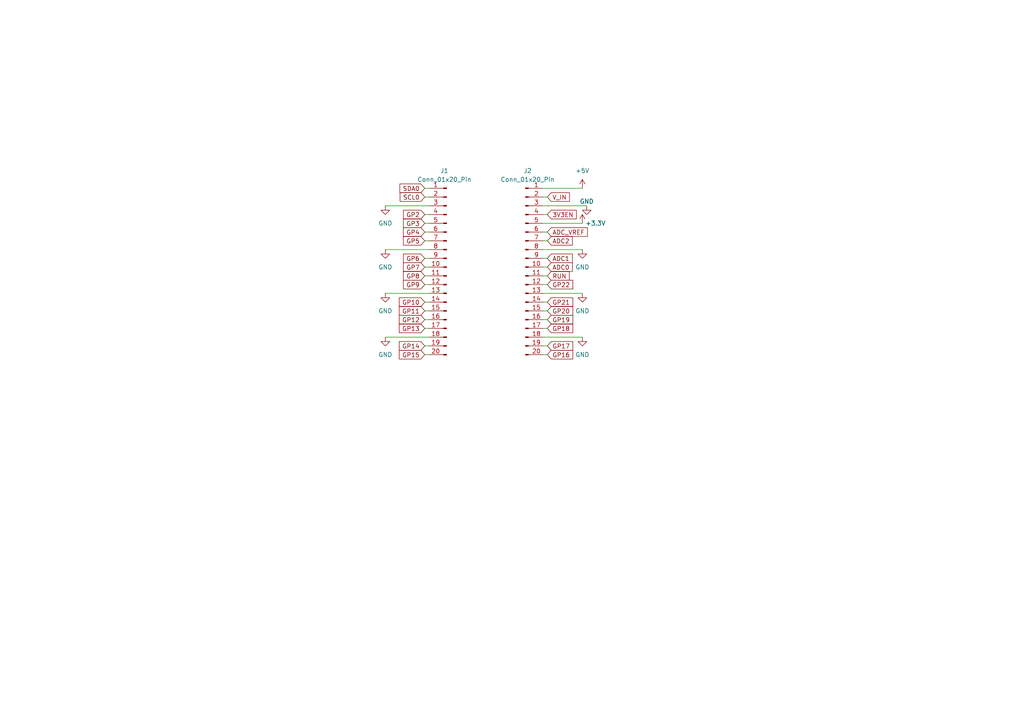
<source format=kicad_sch>
(kicad_sch (version 20231120) (generator "eeschema") (generator_version "8.0")
  (paper "A4")
  (lib_symbols
    (symbol "Connector:Conn_01x20_Pin" (pin_names (offset 1.016) hide)
      (property "Reference" "J" (at 0 25.4 0))
      (property "Value" "Conn_01x20_Pin" (at 0 -27.94 0))
      (symbol "Conn_01x20_Pin_1_1"
        (polyline (pts (xy 1.27 -25.4) (xy 0.8636 -25.4)) (stroke (width 0.1524)))
        (polyline (pts (xy 1.27 -22.86) (xy 0.8636 -22.86)) (stroke (width 0.1524)))
        (polyline (pts (xy 1.27 -20.32) (xy 0.8636 -20.32)) (stroke (width 0.1524)))
        (polyline (pts (xy 1.27 -17.78) (xy 0.8636 -17.78)) (stroke (width 0.1524)))
        (polyline (pts (xy 1.27 -15.24) (xy 0.8636 -15.24)) (stroke (width 0.1524)))
        (polyline (pts (xy 1.27 -12.7) (xy 0.8636 -12.7)) (stroke (width 0.1524)))
        (polyline (pts (xy 1.27 -10.16) (xy 0.8636 -10.16)) (stroke (width 0.1524)))
        (polyline (pts (xy 1.27 -7.62) (xy 0.8636 -7.62)) (stroke (width 0.1524)))
        (polyline (pts (xy 1.27 -5.08) (xy 0.8636 -5.08)) (stroke (width 0.1524)))
        (polyline (pts (xy 1.27 -2.54) (xy 0.8636 -2.54)) (stroke (width 0.1524)))
        (polyline (pts (xy 1.27 0) (xy 0.8636 0)) (stroke (width 0.1524)))
        (polyline (pts (xy 1.27 2.54) (xy 0.8636 2.54)) (stroke (width 0.1524)))
        (polyline (pts (xy 1.27 5.08) (xy 0.8636 5.08)) (stroke (width 0.1524)))
        (polyline (pts (xy 1.27 7.62) (xy 0.8636 7.62)) (stroke (width 0.1524)))
        (polyline (pts (xy 1.27 10.16) (xy 0.8636 10.16)) (stroke (width 0.1524)))
        (polyline (pts (xy 1.27 12.7) (xy 0.8636 12.7)) (stroke (width 0.1524)))
        (polyline (pts (xy 1.27 15.24) (xy 0.8636 15.24)) (stroke (width 0.1524)))
        (polyline (pts (xy 1.27 17.78) (xy 0.8636 17.78)) (stroke (width 0.1524)))
        (polyline (pts (xy 1.27 20.32) (xy 0.8636 20.32)) (stroke (width 0.1524)))
        (polyline (pts (xy 1.27 22.86) (xy 0.8636 22.86)) (stroke (width 0.1524)))
        (rectangle (start 0.8636 -25.273) (end 0 -25.527) (stroke (width 0.1524)) (fill (type outline)))
        (rectangle (start 0.8636 -22.733) (end 0 -22.987) (stroke (width 0.1524)) (fill (type outline)))
        (rectangle (start 0.8636 -20.193) (end 0 -20.447) (stroke (width 0.1524)) (fill (type outline)))
        (rectangle (start 0.8636 -17.653) (end 0 -17.907) (stroke (width 0.1524)) (fill (type outline)))
        (rectangle (start 0.8636 -15.113) (end 0 -15.367) (stroke (width 0.1524)) (fill (type outline)))
        (rectangle (start 0.8636 -12.573) (end 0 -12.827) (stroke (width 0.1524)) (fill (type outline)))
        (rectangle (start 0.8636 -10.033) (end 0 -10.287) (stroke (width 0.1524)) (fill (type outline)))
        (rectangle (start 0.8636 -7.493) (end 0 -7.747) (stroke (width 0.1524)) (fill (type outline)))
        (rectangle (start 0.8636 -4.953) (end 0 -5.207) (stroke (width 0.1524)) (fill (type outline)))
        (rectangle (start 0.8636 -2.413) (end 0 -2.667) (stroke (width 0.1524)) (fill (type outline)))
        (rectangle (start 0.8636 0.127) (end 0 -0.127) (stroke (width 0.1524)) (fill (type outline)))
        (rectangle (start 0.8636 2.667) (end 0 2.413) (stroke (width 0.1524)) (fill (type outline)))
        (rectangle (start 0.8636 5.207) (end 0 4.953) (stroke (width 0.1524)) (fill (type outline)))
        (rectangle (start 0.8636 7.747) (end 0 7.493) (stroke (width 0.1524)) (fill (type outline)))
        (rectangle (start 0.8636 10.287) (end 0 10.033) (stroke (width 0.1524)) (fill (type outline)))
        (rectangle (start 0.8636 12.827) (end 0 12.573) (stroke (width 0.1524)) (fill (type outline)))
        (rectangle (start 0.8636 15.367) (end 0 15.113) (stroke (width 0.1524)) (fill (type outline)))
        (rectangle (start 0.8636 17.907) (end 0 17.653) (stroke (width 0.1524)) (fill (type outline)))
        (rectangle (start 0.8636 20.447) (end 0 20.193) (stroke (width 0.1524)) (fill (type outline)))
        (rectangle (start 0.8636 22.987) (end 0 22.733) (stroke (width 0.1524)) (fill (type outline)))
        (pin passive line (at 5.08 22.86 180) (length 3.81) (name "Pin_1") (number "1"))
        (pin passive line (at 5.08 0 180) (length 3.81) (name "Pin_10") (number "10"))
        (pin passive line (at 5.08 -2.54 180) (length 3.81) (name "Pin_11") (number "11"))
        (pin passive line (at 5.08 -5.08 180) (length 3.81) (name "Pin_12") (number "12"))
        (pin passive line (at 5.08 -7.62 180) (length 3.81) (name "Pin_13") (number "13"))
        (pin passive line (at 5.08 -10.16 180) (length 3.81) (name "Pin_14") (number "14"))
        (pin passive line (at 5.08 -12.7 180) (length 3.81) (name "Pin_15") (number "15"))
        (pin passive line (at 5.08 -15.24 180) (length 3.81) (name "Pin_16") (number "16"))
        (pin passive line (at 5.08 -17.78 180) (length 3.81) (name "Pin_17") (number "17"))
        (pin passive line (at 5.08 -20.32 180) (length 3.81) (name "Pin_18") (number "18"))
        (pin passive line (at 5.08 -22.86 180) (length 3.81) (name "Pin_19") (number "19"))
        (pin passive line (at 5.08 20.32 180) (length 3.81) (name "Pin_2") (number "2"))
        (pin passive line (at 5.08 -25.4 180) (length 3.81) (name "Pin_20") (number "20"))
        (pin passive line (at 5.08 17.78 180) (length 3.81) (name "Pin_3") (number "3"))
        (pin passive line (at 5.08 15.24 180) (length 3.81) (name "Pin_4") (number "4"))
        (pin passive line (at 5.08 12.7 180) (length 3.81) (name "Pin_5") (number "5"))
        (pin passive line (at 5.08 10.16 180) (length 3.81) (name "Pin_6") (number "6"))
        (pin passive line (at 5.08 7.62 180) (length 3.81) (name "Pin_7") (number "7"))
        (pin passive line (at 5.08 5.08 180) (length 3.81) (name "Pin_8") (number "8"))
        (pin passive line (at 5.08 2.54 180) (length 3.81) (name "Pin_9") (number "9"))
      )
    )
    (symbol "power:+3.3V" (power) (pin_names (offset 0))
      (property "Value" "+3.3V" (at 0 3.556 0))
      (symbol "+3.3V_0_1"
        (polyline (pts (xy -0.762 1.27) (xy 0 2.54)))
        (polyline (pts (xy 0 0) (xy 0 2.54)))
        (polyline (pts (xy 0 2.54) (xy 0.762 1.27)))
      )
      (symbol "+3.3V_1_1"
        (pin power_in line (at 0 0 90) (length 0) hide (name "+3.3V") (number "1"))
      )
    )
    (symbol "power:+5V" (power) (pin_names (offset 0))
      (property "Value" "+5V" (at 0 3.556 0))
      (symbol "+5V_0_1"
        (polyline (pts (xy -0.762 1.27) (xy 0 2.54)))
        (polyline (pts (xy 0 0) (xy 0 2.54)))
        (polyline (pts (xy 0 2.54) (xy 0.762 1.27)))
      )
      (symbol "+5V_1_1"
        (pin power_in line (at 0 0 90) (length 0) hide (name "+5V") (number "1"))
      )
    )
    (symbol "power:GND" (power) (pin_names (offset 0))
      (property "Value" "GND" (at 0 -3.81 0))
      (symbol "GND_0_1"
        (polyline (pts (xy 0 0) (xy 0 -1.27) (xy 1.27 -1.27) (xy 0 -2.54) (xy -1.27 -1.27) (xy 0 -1.27)))
      )
      (symbol "GND_1_1"
        (pin power_in line (at 0 0 270) (length 0) hide (name "GND") (number "1"))
      )
    )
  )
  (wire (pts (xy 157.48 57.15) (xy 158.75 57.15)))
  (wire (pts (xy 123.19 102.87) (xy 124.46 102.87)))
  (wire (pts (xy 157.48 69.85) (xy 158.75 69.85)))
  (wire (pts (xy 158.75 90.17) (xy 157.48 90.17)))
  (wire (pts (xy 123.19 87.63) (xy 124.46 87.63)))
  (wire (pts (xy 157.48 97.79) (xy 168.91 97.79)))
  (wire (pts (xy 123.19 74.93) (xy 124.46 74.93)))
  (wire (pts (xy 123.19 64.77) (xy 124.46 64.77)))
  (wire (pts (xy 157.48 59.69) (xy 170.18 59.69)))
  (wire (pts (xy 157.48 72.39) (xy 168.91 72.39)))
  (wire (pts (xy 123.19 69.85) (xy 124.46 69.85)))
  (wire (pts (xy 157.48 77.47) (xy 158.75 77.47)))
  (wire (pts (xy 157.48 54.61) (xy 168.91 54.61)))
  (wire (pts (xy 123.19 62.23) (xy 124.46 62.23)))
  (wire (pts (xy 123.19 92.71) (xy 124.46 92.71)))
  (wire (pts (xy 158.75 82.55) (xy 157.48 82.55)))
  (wire (pts (xy 123.19 82.55) (xy 124.46 82.55)))
  (wire (pts (xy 123.19 77.47) (xy 124.46 77.47)))
  (wire (pts (xy 158.75 87.63) (xy 157.48 87.63)))
  (wire (pts (xy 123.19 67.31) (xy 124.46 67.31)))
  (wire (pts (xy 157.48 74.93) (xy 158.75 74.93)))
  (wire (pts (xy 123.19 100.33) (xy 124.46 100.33)))
  (wire (pts (xy 123.19 54.61) (xy 124.46 54.61)))
  (wire (pts (xy 158.75 95.25) (xy 157.48 95.25)))
  (wire (pts (xy 111.76 97.79) (xy 124.46 97.79)))
  (wire (pts (xy 158.75 80.01) (xy 157.48 80.01)))
  (wire (pts (xy 157.48 85.09) (xy 168.91 85.09)))
  (wire (pts (xy 123.19 80.01) (xy 124.46 80.01)))
  (wire (pts (xy 111.76 59.69) (xy 124.46 59.69)))
  (wire (pts (xy 123.19 57.15) (xy 124.46 57.15)))
  (wire (pts (xy 123.19 95.25) (xy 124.46 95.25)))
  (wire (pts (xy 157.48 67.31) (xy 158.75 67.31)))
  (wire (pts (xy 158.75 102.87) (xy 157.48 102.87)))
  (wire (pts (xy 123.19 90.17) (xy 124.46 90.17)))
  (wire (pts (xy 158.75 100.33) (xy 157.48 100.33)))
  (wire (pts (xy 111.76 85.09) (xy 124.46 85.09)))
  (wire (pts (xy 158.75 92.71) (xy 157.48 92.71)))
  (wire (pts (xy 157.48 64.77) (xy 168.91 64.77)))
  (wire (pts (xy 111.76 72.39) (xy 124.46 72.39)))
  (wire (pts (xy 157.48 62.23) (xy 158.75 62.23)))
  (global_label "3V3EN" (shape input) (at 158.75 62.23 0) (property "Intersheetrefs" "${INTERSHEET_REFS}" (effects (hide yes))))
  (global_label "GP15" (shape input) (at 123.19 102.87 180) (property "Intersheetrefs" "${INTERSHEET_REFS}" (effects (hide yes))))
  (global_label "ADC2" (shape input) (at 158.75 69.85 0) (property "Intersheetrefs" "${INTERSHEET_REFS}" (effects (hide yes))))
  (global_label "GP21" (shape input) (at 158.75 87.63 0) (property "Intersheetrefs" "${INTERSHEET_REFS}" (effects (hide yes))))
  (global_label "GP19" (shape input) (at 158.75 92.71 0) (property "Intersheetrefs" "${INTERSHEET_REFS}" (effects (hide yes))))
  (global_label "GP3" (shape input) (at 123.19 64.77 180) (property "Intersheetrefs" "${INTERSHEET_REFS}" (effects (hide yes))))
  (global_label "GP16" (shape input) (at 158.75 102.87 0) (property "Intersheetrefs" "${INTERSHEET_REFS}" (effects (hide yes))))
  (global_label "GP2" (shape input) (at 123.19 62.23 180) (property "Intersheetrefs" "${INTERSHEET_REFS}" (effects (hide yes))))
  (global_label "RUN" (shape input) (at 158.75 80.01 0) (property "Intersheetrefs" "${INTERSHEET_REFS}" (effects (hide yes))))
  (global_label "ADC0" (shape input) (at 158.75 77.47 0) (property "Intersheetrefs" "${INTERSHEET_REFS}" (effects (hide yes))))
  (global_label "GP20" (shape input) (at 158.75 90.17 0) (property "Intersheetrefs" "${INTERSHEET_REFS}" (effects (hide yes))))
  (global_label "GP9" (shape input) (at 123.19 82.55 180) (property "Intersheetrefs" "${INTERSHEET_REFS}" (effects (hide yes))))
  (global_label "GP7" (shape input) (at 123.19 77.47 180) (property "Intersheetrefs" "${INTERSHEET_REFS}" (effects (hide yes))))
  (global_label "GP13" (shape input) (at 123.19 95.25 180) (property "Intersheetrefs" "${INTERSHEET_REFS}" (effects (hide yes))))
  (global_label "GP4" (shape input) (at 123.19 67.31 180) (property "Intersheetrefs" "${INTERSHEET_REFS}" (effects (hide yes))))
  (global_label "GP22" (shape input) (at 158.75 82.55 0) (property "Intersheetrefs" "${INTERSHEET_REFS}" (effects (hide yes))))
  (global_label "ADC_VREF" (shape input) (at 158.75 67.31 0) (property "Intersheetrefs" "${INTERSHEET_REFS}" (effects (hide yes))))
  (global_label "SCL0" (shape input) (at 123.19 57.15 180) (property "Intersheetrefs" "${INTERSHEET_REFS}" (effects (hide yes))))
  (global_label "GP14" (shape input) (at 123.19 100.33 180) (property "Intersheetrefs" "${INTERSHEET_REFS}" (effects (hide yes))))
  (global_label "GP18" (shape input) (at 158.75 95.25 0) (property "Intersheetrefs" "${INTERSHEET_REFS}" (effects (hide yes))))
  (global_label "V_IN" (shape input) (at 158.75 57.15 0) (property "Intersheetrefs" "${INTERSHEET_REFS}" (effects (hide yes))))
  (global_label "GP6" (shape input) (at 123.19 74.93 180) (property "Intersheetrefs" "${INTERSHEET_REFS}" (effects (hide yes))))
  (global_label "GP8" (shape input) (at 123.19 80.01 180) (property "Intersheetrefs" "${INTERSHEET_REFS}" (effects (hide yes))))
  (global_label "GP11" (shape input) (at 123.19 90.17 180) (property "Intersheetrefs" "${INTERSHEET_REFS}" (effects (hide yes))))
  (global_label "GP5" (shape input) (at 123.19 69.85 180) (property "Intersheetrefs" "${INTERSHEET_REFS}" (effects (hide yes))))
  (global_label "SDA0" (shape input) (at 123.19 54.61 180) (property "Intersheetrefs" "${INTERSHEET_REFS}" (effects (hide yes))))
  (global_label "ADC1" (shape input) (at 158.75 74.93 0) (property "Intersheetrefs" "${INTERSHEET_REFS}" (effects (hide yes))))
  (global_label "GP12" (shape input) (at 123.19 92.71 180) (property "Intersheetrefs" "${INTERSHEET_REFS}" (effects (hide yes))))
  (global_label "GP10" (shape input) (at 123.19 87.63 180) (property "Intersheetrefs" "${INTERSHEET_REFS}" (effects (hide yes))))
  (global_label "GP17" (shape input) (at 158.75 100.33 0) (property "Intersheetrefs" "${INTERSHEET_REFS}" (effects (hide yes))))
  (symbol (lib_id "Connector:Conn_01x20_Pin") (at 129.54 77.47 0) (mirror y) (unit 1)
    (property "Reference" "J1" (at 128.905 49.53 0))
    (property "Value" "Conn_01x20_Pin" (at 128.905 52.07 0))
    (property "Footprint" "Connector_PinHeader_2.54mm:PinHeader_1x20_P2.54mm_Vertical" (effects (hide yes)))
  )
  (symbol (lib_id "power:GND") (at 111.76 72.39 0) (unit 1)
    (property "Reference" "#PWR07" (effects (hide yes)))
    (property "Value" "GND" (at 111.76 77.47 0))
  )
  (symbol (lib_id "power:GND") (at 111.76 85.09 0) (unit 1)
    (property "Reference" "#PWR06" (effects (hide yes)))
    (property "Value" "GND" (at 111.76 90.17 0))
  )
  (symbol (lib_id "power:GND") (at 111.76 59.69 0) (unit 1)
    (property "Reference" "#PWR08" (effects (hide yes)))
    (property "Value" "GND" (at 111.76 64.77 0))
  )
  (symbol (lib_id "power:GND") (at 168.91 72.39 0) (unit 1)
    (property "Reference" "#PWR03" (effects (hide yes)))
    (property "Value" "GND" (at 168.91 77.47 0))
  )
  (symbol (lib_id "power:GND") (at 111.76 97.79 0) (unit 1)
    (property "Reference" "#PWR05" (effects (hide yes)))
    (property "Value" "GND" (at 111.76 102.87 0))
  )
  (symbol (lib_id "Connector:Conn_01x20_Pin") (at 152.4 77.47 0) (unit 1)
    (property "Reference" "J2" (at 153.035 49.53 0))
    (property "Value" "Conn_01x20_Pin" (at 153.035 52.07 0))
    (property "Footprint" "Connector_PinHeader_2.54mm:PinHeader_1x20_P2.54mm_Vertical" (effects (hide yes)))
  )
  (symbol (lib_id "power:GND") (at 168.91 85.09 0) (unit 1)
    (property "Reference" "#PWR02" (effects (hide yes)))
    (property "Value" "GND" (at 168.91 90.17 0))
  )
  (symbol (lib_id "power:GND") (at 168.91 97.79 0) (unit 1)
    (property "Reference" "#PWR01" (effects (hide yes)))
    (property "Value" "GND" (at 168.91 102.87 0))
  )
  (symbol (lib_id "power:+5V") (at 168.91 54.61 0) (unit 1)
    (property "Reference" "#PWR09" (effects (hide yes)))
    (property "Value" "+5V" (at 168.91 49.53 0))
  )
  (symbol (lib_id "power:+3.3V") (at 168.91 64.77 0) (unit 1)
    (property "Reference" "#PWR010" (effects (hide yes)))
    (property "Value" "+3.3V" (at 172.72 64.77 0))
  )
  (symbol (lib_id "power:GND") (at 170.18 59.69 0) (unit 1)
    (property "Reference" "#PWR04" (effects (hide yes)))
    (property "Value" "GND" (at 170.18 58.42 0))
  )
)
</source>
